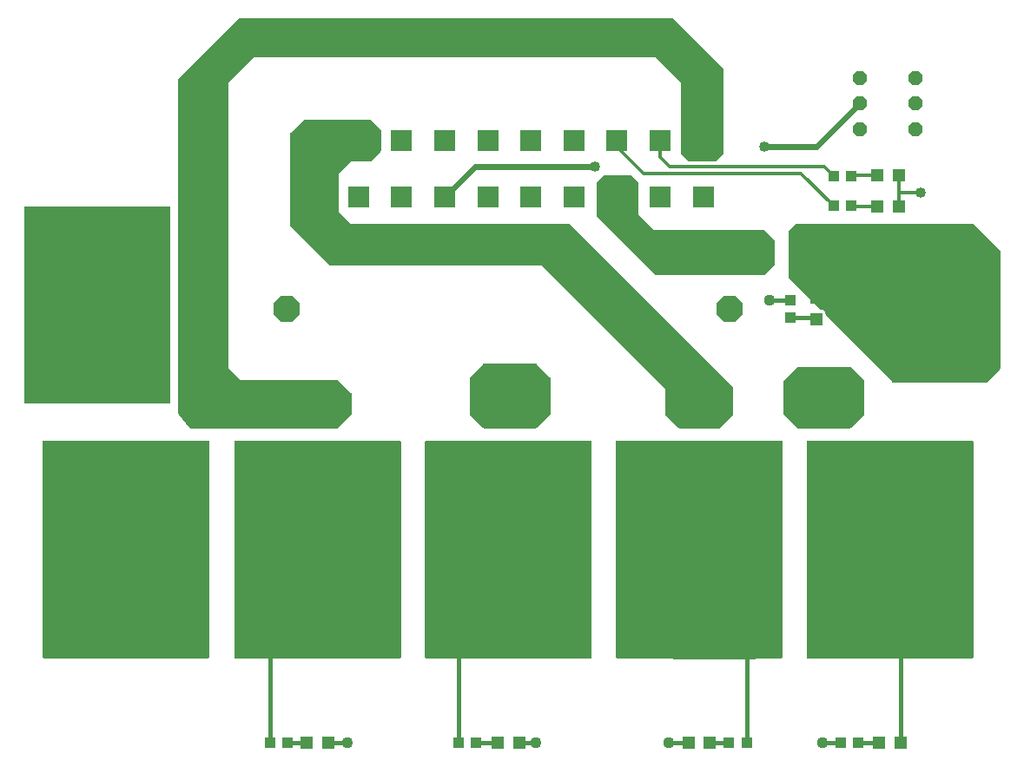
<source format=gbr>
G04 EAGLE Gerber RS-274X export*
G75*
%MOMM*%
%FSLAX34Y34*%
%LPD*%
%INTop Copper*%
%IPPOS*%
%AMOC8*
5,1,8,0,0,1.08239X$1,22.5*%
G01*
%ADD10P,2.749271X8X202.500000*%
%ADD11R,1.200000X1.200000*%
%ADD12R,1.000000X1.100000*%
%ADD13R,1.100000X1.000000*%
%ADD14R,3.150000X1.700000*%
%ADD15R,1.700000X3.150000*%
%ADD16C,8.000000*%
%ADD17R,2.100000X2.100000*%
%ADD18P,1.525737X8X112.500000*%
%ADD19C,0.304800*%
%ADD20C,0.406400*%
%ADD21C,1.108000*%
%ADD22C,1.016000*%
%ADD23C,1.422400*%
%ADD24C,0.609600*%

G36*
X333225Y373041D02*
X333225Y373041D01*
X333352Y373048D01*
X333398Y373061D01*
X333445Y373066D01*
X333565Y373109D01*
X333687Y373144D01*
X333728Y373168D01*
X333773Y373184D01*
X333880Y373253D01*
X333991Y373314D01*
X334036Y373353D01*
X334066Y373372D01*
X334100Y373407D01*
X334177Y373473D01*
X346877Y386173D01*
X346956Y386272D01*
X347040Y386366D01*
X347064Y386408D01*
X347094Y386446D01*
X347148Y386560D01*
X347209Y386671D01*
X347222Y386717D01*
X347243Y386761D01*
X347269Y386884D01*
X347304Y387006D01*
X347309Y387067D01*
X347316Y387102D01*
X347315Y387150D01*
X347323Y387250D01*
X347323Y406300D01*
X347309Y406426D01*
X347302Y406552D01*
X347289Y406598D01*
X347283Y406646D01*
X347241Y406765D01*
X347206Y406887D01*
X347182Y406929D01*
X347166Y406974D01*
X347097Y407081D01*
X347036Y407191D01*
X346996Y407237D01*
X346977Y407267D01*
X346942Y407301D01*
X346877Y407377D01*
X334177Y420077D01*
X334078Y420156D01*
X333984Y420240D01*
X333942Y420264D01*
X333904Y420294D01*
X333790Y420348D01*
X333679Y420409D01*
X333633Y420422D01*
X333589Y420443D01*
X333466Y420469D01*
X333344Y420504D01*
X333283Y420509D01*
X333248Y420516D01*
X333200Y420515D01*
X333100Y420523D01*
X241423Y420523D01*
X238767Y420604D01*
X226823Y432339D01*
X226823Y710469D01*
X251331Y734977D01*
X643769Y734977D01*
X668277Y710469D01*
X668277Y641250D01*
X668291Y641124D01*
X668298Y640998D01*
X668311Y640952D01*
X668317Y640904D01*
X668359Y640785D01*
X668394Y640663D01*
X668418Y640621D01*
X668434Y640576D01*
X668503Y640469D01*
X668564Y640359D01*
X668604Y640313D01*
X668623Y640283D01*
X668658Y640249D01*
X668723Y640173D01*
X675073Y633823D01*
X675172Y633744D01*
X675266Y633660D01*
X675308Y633636D01*
X675346Y633606D01*
X675460Y633552D01*
X675571Y633491D01*
X675617Y633478D01*
X675661Y633457D01*
X675784Y633431D01*
X675906Y633396D01*
X675967Y633392D01*
X676002Y633384D01*
X676050Y633385D01*
X676150Y633377D01*
X701550Y633377D01*
X701676Y633391D01*
X701802Y633398D01*
X701848Y633411D01*
X701896Y633417D01*
X702015Y633459D01*
X702137Y633494D01*
X702179Y633518D01*
X702224Y633534D01*
X702331Y633603D01*
X702441Y633664D01*
X702487Y633704D01*
X702517Y633723D01*
X702551Y633758D01*
X702627Y633823D01*
X708977Y640173D01*
X709056Y640272D01*
X709140Y640366D01*
X709164Y640408D01*
X709194Y640446D01*
X709248Y640560D01*
X709309Y640671D01*
X709322Y640717D01*
X709343Y640761D01*
X709369Y640884D01*
X709404Y641006D01*
X709409Y641067D01*
X709416Y641102D01*
X709415Y641150D01*
X709423Y641250D01*
X709423Y723800D01*
X709409Y723926D01*
X709402Y724052D01*
X709389Y724098D01*
X709383Y724146D01*
X709341Y724265D01*
X709306Y724387D01*
X709282Y724429D01*
X709266Y724474D01*
X709197Y724581D01*
X709136Y724691D01*
X709096Y724737D01*
X709077Y724767D01*
X709042Y724801D01*
X708977Y724877D01*
X660877Y772977D01*
X660778Y773056D01*
X660684Y773140D01*
X660642Y773164D01*
X660604Y773194D01*
X660490Y773248D01*
X660379Y773309D01*
X660333Y773322D01*
X660289Y773343D01*
X660166Y773369D01*
X660044Y773404D01*
X659983Y773409D01*
X659948Y773416D01*
X659900Y773415D01*
X659800Y773423D01*
X238000Y773423D01*
X237874Y773409D01*
X237748Y773402D01*
X237702Y773389D01*
X237654Y773383D01*
X237535Y773341D01*
X237413Y773306D01*
X237371Y773282D01*
X237326Y773266D01*
X237219Y773197D01*
X237109Y773136D01*
X237063Y773096D01*
X237033Y773077D01*
X236999Y773042D01*
X236923Y772977D01*
X178823Y714877D01*
X178744Y714778D01*
X178660Y714684D01*
X178636Y714642D01*
X178606Y714604D01*
X178552Y714490D01*
X178491Y714379D01*
X178478Y714333D01*
X178457Y714289D01*
X178431Y714166D01*
X178396Y714044D01*
X178392Y713983D01*
X178384Y713948D01*
X178385Y713900D01*
X178377Y713800D01*
X178377Y387250D01*
X178384Y387189D01*
X178382Y387128D01*
X178404Y387017D01*
X178417Y386904D01*
X178437Y386846D01*
X178449Y386786D01*
X178496Y386683D01*
X178534Y386576D01*
X178567Y386524D01*
X178592Y386469D01*
X178708Y386307D01*
X178723Y386283D01*
X178728Y386278D01*
X178734Y386269D01*
X189334Y373669D01*
X189347Y373658D01*
X189356Y373644D01*
X189473Y373538D01*
X189588Y373430D01*
X189602Y373422D01*
X189615Y373410D01*
X189752Y373334D01*
X189889Y373255D01*
X189905Y373250D01*
X189920Y373242D01*
X190071Y373199D01*
X190222Y373152D01*
X190239Y373151D01*
X190255Y373147D01*
X190499Y373127D01*
X333099Y373027D01*
X333225Y373041D01*
G37*
G36*
X716200Y148032D02*
X716200Y148032D01*
X716218Y148031D01*
X766018Y148731D01*
X766127Y148746D01*
X766237Y148753D01*
X766284Y148768D01*
X766333Y148775D01*
X766435Y148817D01*
X766539Y148851D01*
X766581Y148877D01*
X766627Y148896D01*
X766715Y148962D01*
X766808Y149021D01*
X766842Y149057D01*
X766882Y149087D01*
X766951Y149173D01*
X767026Y149253D01*
X767050Y149296D01*
X767081Y149335D01*
X767126Y149435D01*
X767180Y149531D01*
X767192Y149579D01*
X767212Y149624D01*
X767231Y149733D01*
X767259Y149839D01*
X767264Y149916D01*
X767268Y149937D01*
X767266Y149955D01*
X767269Y150000D01*
X767269Y360000D01*
X767254Y360118D01*
X767247Y360237D01*
X767234Y360275D01*
X767229Y360316D01*
X767186Y360426D01*
X767149Y360539D01*
X767127Y360574D01*
X767112Y360611D01*
X767043Y360707D01*
X766979Y360808D01*
X766949Y360836D01*
X766926Y360869D01*
X766834Y360945D01*
X766747Y361026D01*
X766712Y361046D01*
X766681Y361071D01*
X766573Y361122D01*
X766469Y361180D01*
X766429Y361190D01*
X766393Y361207D01*
X766276Y361229D01*
X766161Y361259D01*
X766101Y361263D01*
X766081Y361267D01*
X766060Y361265D01*
X766000Y361269D01*
X606000Y361269D01*
X605882Y361254D01*
X605763Y361247D01*
X605725Y361234D01*
X605684Y361229D01*
X605574Y361186D01*
X605461Y361149D01*
X605426Y361127D01*
X605389Y361112D01*
X605293Y361043D01*
X605192Y360979D01*
X605164Y360949D01*
X605131Y360926D01*
X605056Y360834D01*
X604974Y360747D01*
X604954Y360712D01*
X604929Y360681D01*
X604878Y360573D01*
X604820Y360469D01*
X604810Y360429D01*
X604793Y360393D01*
X604771Y360276D01*
X604741Y360161D01*
X604737Y360101D01*
X604733Y360081D01*
X604734Y360077D01*
X604733Y360076D01*
X604734Y360058D01*
X604731Y360000D01*
X604731Y150000D01*
X604745Y149886D01*
X604752Y149771D01*
X604765Y149729D01*
X604771Y149684D01*
X604813Y149578D01*
X604848Y149468D01*
X604871Y149430D01*
X604888Y149389D01*
X604955Y149296D01*
X605016Y149198D01*
X605048Y149168D01*
X605074Y149131D01*
X605163Y149058D01*
X605246Y148979D01*
X605285Y148957D01*
X605319Y148929D01*
X605424Y148880D01*
X605524Y148823D01*
X605567Y148812D01*
X605607Y148793D01*
X605720Y148772D01*
X605831Y148742D01*
X605899Y148737D01*
X605920Y148733D01*
X605939Y148735D01*
X605992Y148731D01*
X716192Y148031D01*
X716200Y148032D01*
G37*
G36*
X207318Y148746D02*
X207318Y148746D01*
X207437Y148753D01*
X207475Y148766D01*
X207516Y148771D01*
X207626Y148814D01*
X207739Y148851D01*
X207774Y148873D01*
X207811Y148888D01*
X207907Y148958D01*
X208008Y149021D01*
X208036Y149051D01*
X208069Y149074D01*
X208145Y149166D01*
X208226Y149253D01*
X208246Y149288D01*
X208271Y149319D01*
X208322Y149427D01*
X208380Y149531D01*
X208390Y149571D01*
X208407Y149607D01*
X208429Y149724D01*
X208459Y149839D01*
X208463Y149900D01*
X208467Y149920D01*
X208465Y149940D01*
X208469Y150000D01*
X208469Y360000D01*
X208454Y360118D01*
X208447Y360237D01*
X208434Y360275D01*
X208429Y360316D01*
X208386Y360426D01*
X208349Y360539D01*
X208327Y360574D01*
X208312Y360611D01*
X208243Y360707D01*
X208179Y360808D01*
X208149Y360836D01*
X208126Y360869D01*
X208034Y360945D01*
X207947Y361026D01*
X207912Y361046D01*
X207881Y361071D01*
X207773Y361122D01*
X207669Y361180D01*
X207629Y361190D01*
X207593Y361207D01*
X207476Y361229D01*
X207361Y361259D01*
X207301Y361263D01*
X207281Y361267D01*
X207260Y361265D01*
X207200Y361269D01*
X47200Y361269D01*
X47082Y361254D01*
X46963Y361247D01*
X46925Y361234D01*
X46884Y361229D01*
X46774Y361186D01*
X46661Y361149D01*
X46626Y361127D01*
X46589Y361112D01*
X46493Y361043D01*
X46392Y360979D01*
X46364Y360949D01*
X46331Y360926D01*
X46256Y360834D01*
X46174Y360747D01*
X46154Y360712D01*
X46129Y360681D01*
X46078Y360573D01*
X46020Y360469D01*
X46010Y360429D01*
X45993Y360393D01*
X45971Y360276D01*
X45941Y360161D01*
X45937Y360101D01*
X45933Y360081D01*
X45935Y360060D01*
X45931Y360000D01*
X45931Y150000D01*
X45946Y149882D01*
X45953Y149763D01*
X45966Y149725D01*
X45971Y149684D01*
X46014Y149574D01*
X46051Y149461D01*
X46073Y149426D01*
X46088Y149389D01*
X46158Y149293D01*
X46221Y149192D01*
X46251Y149164D01*
X46274Y149131D01*
X46366Y149056D01*
X46453Y148974D01*
X46488Y148954D01*
X46519Y148929D01*
X46627Y148878D01*
X46731Y148820D01*
X46771Y148810D01*
X46807Y148793D01*
X46924Y148771D01*
X47039Y148741D01*
X47100Y148737D01*
X47120Y148733D01*
X47140Y148735D01*
X47200Y148731D01*
X207200Y148731D01*
X207318Y148746D01*
G37*
G36*
X952118Y148746D02*
X952118Y148746D01*
X952237Y148753D01*
X952275Y148766D01*
X952316Y148771D01*
X952426Y148814D01*
X952539Y148851D01*
X952574Y148873D01*
X952611Y148888D01*
X952707Y148958D01*
X952808Y149021D01*
X952836Y149051D01*
X952869Y149074D01*
X952945Y149166D01*
X953026Y149253D01*
X953046Y149288D01*
X953071Y149319D01*
X953122Y149427D01*
X953180Y149531D01*
X953190Y149571D01*
X953207Y149607D01*
X953229Y149724D01*
X953259Y149839D01*
X953263Y149900D01*
X953267Y149920D01*
X953265Y149940D01*
X953269Y150000D01*
X953269Y360000D01*
X953254Y360118D01*
X953247Y360237D01*
X953234Y360275D01*
X953229Y360316D01*
X953186Y360426D01*
X953149Y360539D01*
X953127Y360574D01*
X953112Y360611D01*
X953043Y360707D01*
X952979Y360808D01*
X952949Y360836D01*
X952926Y360869D01*
X952834Y360945D01*
X952747Y361026D01*
X952712Y361046D01*
X952681Y361071D01*
X952573Y361122D01*
X952469Y361180D01*
X952429Y361190D01*
X952393Y361207D01*
X952276Y361229D01*
X952161Y361259D01*
X952101Y361263D01*
X952081Y361267D01*
X952060Y361265D01*
X952000Y361269D01*
X792000Y361269D01*
X791882Y361254D01*
X791763Y361247D01*
X791725Y361234D01*
X791684Y361229D01*
X791574Y361186D01*
X791461Y361149D01*
X791426Y361127D01*
X791389Y361112D01*
X791293Y361043D01*
X791192Y360979D01*
X791164Y360949D01*
X791131Y360926D01*
X791056Y360834D01*
X790974Y360747D01*
X790954Y360712D01*
X790929Y360681D01*
X790878Y360573D01*
X790820Y360469D01*
X790810Y360429D01*
X790793Y360393D01*
X790771Y360276D01*
X790741Y360161D01*
X790737Y360101D01*
X790733Y360081D01*
X790735Y360060D01*
X790731Y360000D01*
X790731Y150000D01*
X790746Y149882D01*
X790753Y149763D01*
X790766Y149725D01*
X790771Y149684D01*
X790814Y149574D01*
X790851Y149461D01*
X790873Y149426D01*
X790888Y149389D01*
X790958Y149293D01*
X791021Y149192D01*
X791051Y149164D01*
X791074Y149131D01*
X791166Y149056D01*
X791253Y148974D01*
X791288Y148954D01*
X791319Y148929D01*
X791427Y148878D01*
X791531Y148820D01*
X791571Y148810D01*
X791607Y148793D01*
X791724Y148771D01*
X791839Y148741D01*
X791900Y148737D01*
X791920Y148733D01*
X791940Y148735D01*
X792000Y148731D01*
X952000Y148731D01*
X952118Y148746D01*
G37*
G36*
X580118Y148746D02*
X580118Y148746D01*
X580237Y148753D01*
X580275Y148766D01*
X580316Y148771D01*
X580426Y148814D01*
X580539Y148851D01*
X580574Y148873D01*
X580611Y148888D01*
X580707Y148958D01*
X580808Y149021D01*
X580836Y149051D01*
X580869Y149074D01*
X580945Y149166D01*
X581026Y149253D01*
X581046Y149288D01*
X581071Y149319D01*
X581122Y149427D01*
X581180Y149531D01*
X581190Y149571D01*
X581207Y149607D01*
X581229Y149724D01*
X581259Y149839D01*
X581263Y149900D01*
X581267Y149920D01*
X581265Y149940D01*
X581269Y150000D01*
X581269Y360000D01*
X581254Y360118D01*
X581247Y360237D01*
X581234Y360275D01*
X581229Y360316D01*
X581186Y360426D01*
X581149Y360539D01*
X581127Y360574D01*
X581112Y360611D01*
X581043Y360707D01*
X580979Y360808D01*
X580949Y360836D01*
X580926Y360869D01*
X580834Y360945D01*
X580747Y361026D01*
X580712Y361046D01*
X580681Y361071D01*
X580573Y361122D01*
X580469Y361180D01*
X580429Y361190D01*
X580393Y361207D01*
X580276Y361229D01*
X580161Y361259D01*
X580101Y361263D01*
X580081Y361267D01*
X580060Y361265D01*
X580000Y361269D01*
X420000Y361269D01*
X419882Y361254D01*
X419763Y361247D01*
X419725Y361234D01*
X419684Y361229D01*
X419574Y361186D01*
X419461Y361149D01*
X419426Y361127D01*
X419389Y361112D01*
X419293Y361043D01*
X419192Y360979D01*
X419164Y360949D01*
X419131Y360926D01*
X419056Y360834D01*
X418974Y360747D01*
X418954Y360712D01*
X418929Y360681D01*
X418878Y360573D01*
X418820Y360469D01*
X418810Y360429D01*
X418793Y360393D01*
X418771Y360276D01*
X418741Y360161D01*
X418737Y360101D01*
X418733Y360081D01*
X418735Y360060D01*
X418731Y360000D01*
X418731Y150000D01*
X418746Y149882D01*
X418753Y149763D01*
X418766Y149725D01*
X418771Y149684D01*
X418814Y149574D01*
X418851Y149461D01*
X418873Y149426D01*
X418888Y149389D01*
X418958Y149293D01*
X419021Y149192D01*
X419051Y149164D01*
X419074Y149131D01*
X419166Y149056D01*
X419253Y148974D01*
X419288Y148954D01*
X419319Y148929D01*
X419427Y148878D01*
X419531Y148820D01*
X419571Y148810D01*
X419607Y148793D01*
X419724Y148771D01*
X419839Y148741D01*
X419900Y148737D01*
X419920Y148733D01*
X419940Y148735D01*
X420000Y148731D01*
X580000Y148731D01*
X580118Y148746D01*
G37*
G36*
X394118Y148746D02*
X394118Y148746D01*
X394237Y148753D01*
X394275Y148766D01*
X394316Y148771D01*
X394426Y148814D01*
X394539Y148851D01*
X394574Y148873D01*
X394611Y148888D01*
X394707Y148958D01*
X394808Y149021D01*
X394836Y149051D01*
X394869Y149074D01*
X394945Y149166D01*
X395026Y149253D01*
X395046Y149288D01*
X395071Y149319D01*
X395122Y149427D01*
X395180Y149531D01*
X395190Y149571D01*
X395207Y149607D01*
X395229Y149724D01*
X395259Y149839D01*
X395263Y149900D01*
X395267Y149920D01*
X395265Y149940D01*
X395269Y150000D01*
X395269Y360000D01*
X395254Y360118D01*
X395247Y360237D01*
X395234Y360275D01*
X395229Y360316D01*
X395186Y360426D01*
X395149Y360539D01*
X395127Y360574D01*
X395112Y360611D01*
X395043Y360707D01*
X394979Y360808D01*
X394949Y360836D01*
X394926Y360869D01*
X394834Y360945D01*
X394747Y361026D01*
X394712Y361046D01*
X394681Y361071D01*
X394573Y361122D01*
X394469Y361180D01*
X394429Y361190D01*
X394393Y361207D01*
X394276Y361229D01*
X394161Y361259D01*
X394101Y361263D01*
X394081Y361267D01*
X394060Y361265D01*
X394000Y361269D01*
X234000Y361269D01*
X233882Y361254D01*
X233763Y361247D01*
X233725Y361234D01*
X233684Y361229D01*
X233574Y361186D01*
X233461Y361149D01*
X233426Y361127D01*
X233389Y361112D01*
X233293Y361043D01*
X233192Y360979D01*
X233164Y360949D01*
X233131Y360926D01*
X233056Y360834D01*
X232974Y360747D01*
X232954Y360712D01*
X232929Y360681D01*
X232878Y360573D01*
X232820Y360469D01*
X232810Y360429D01*
X232793Y360393D01*
X232771Y360276D01*
X232741Y360161D01*
X232737Y360101D01*
X232733Y360081D01*
X232735Y360060D01*
X232731Y360000D01*
X232731Y150000D01*
X232746Y149882D01*
X232753Y149763D01*
X232766Y149725D01*
X232771Y149684D01*
X232814Y149574D01*
X232851Y149461D01*
X232873Y149426D01*
X232888Y149389D01*
X232958Y149293D01*
X233021Y149192D01*
X233051Y149164D01*
X233074Y149131D01*
X233166Y149056D01*
X233253Y148974D01*
X233288Y148954D01*
X233319Y148929D01*
X233427Y148878D01*
X233531Y148820D01*
X233571Y148810D01*
X233607Y148793D01*
X233724Y148771D01*
X233839Y148741D01*
X233900Y148737D01*
X233920Y148733D01*
X233940Y148735D01*
X234000Y148731D01*
X394000Y148731D01*
X394118Y148746D01*
G37*
G36*
X705326Y373141D02*
X705326Y373141D01*
X705452Y373148D01*
X705498Y373161D01*
X705546Y373167D01*
X705665Y373209D01*
X705787Y373244D01*
X705829Y373268D01*
X705874Y373284D01*
X705981Y373353D01*
X706091Y373414D01*
X706137Y373454D01*
X706167Y373473D01*
X706201Y373508D01*
X706277Y373573D01*
X718977Y386273D01*
X719056Y386372D01*
X719140Y386466D01*
X719164Y386508D01*
X719194Y386546D01*
X719248Y386660D01*
X719309Y386771D01*
X719322Y386817D01*
X719343Y386861D01*
X719369Y386984D01*
X719404Y387106D01*
X719409Y387167D01*
X719416Y387202D01*
X719415Y387250D01*
X719423Y387350D01*
X719423Y412400D01*
X719409Y412526D01*
X719402Y412652D01*
X719389Y412698D01*
X719383Y412746D01*
X719341Y412865D01*
X719306Y412987D01*
X719282Y413029D01*
X719266Y413074D01*
X719197Y413181D01*
X719136Y413291D01*
X719096Y413337D01*
X719077Y413367D01*
X719042Y413401D01*
X718977Y413477D01*
X559877Y572577D01*
X559778Y572656D01*
X559684Y572740D01*
X559642Y572764D01*
X559604Y572794D01*
X559490Y572848D01*
X559379Y572909D01*
X559333Y572922D01*
X559289Y572943D01*
X559166Y572969D01*
X559044Y573004D01*
X558983Y573009D01*
X558948Y573016D01*
X558900Y573015D01*
X558800Y573023D01*
X546100Y573023D01*
X546099Y573023D01*
X346581Y572924D01*
X334773Y584731D01*
X334773Y621569D01*
X346581Y633377D01*
X365000Y633377D01*
X365126Y633391D01*
X365252Y633398D01*
X365298Y633411D01*
X365346Y633417D01*
X365465Y633459D01*
X365587Y633494D01*
X365629Y633518D01*
X365674Y633534D01*
X365781Y633603D01*
X365891Y633664D01*
X365937Y633704D01*
X365967Y633723D01*
X366001Y633758D01*
X366077Y633823D01*
X375602Y643348D01*
X375681Y643447D01*
X375765Y643541D01*
X375789Y643583D01*
X375819Y643621D01*
X375873Y643735D01*
X375934Y643846D01*
X375947Y643892D01*
X375968Y643936D01*
X375994Y644059D01*
X376029Y644181D01*
X376034Y644242D01*
X376041Y644277D01*
X376040Y644325D01*
X376048Y644425D01*
X376048Y663475D01*
X376034Y663601D01*
X376027Y663727D01*
X376014Y663773D01*
X376008Y663821D01*
X375966Y663940D01*
X375931Y664062D01*
X375907Y664104D01*
X375891Y664149D01*
X375822Y664256D01*
X375761Y664366D01*
X375721Y664412D01*
X375702Y664442D01*
X375667Y664476D01*
X375602Y664552D01*
X366077Y674077D01*
X365978Y674156D01*
X365884Y674240D01*
X365842Y674264D01*
X365804Y674294D01*
X365690Y674348D01*
X365579Y674409D01*
X365533Y674422D01*
X365489Y674443D01*
X365366Y674469D01*
X365244Y674504D01*
X365183Y674509D01*
X365148Y674516D01*
X365100Y674515D01*
X365000Y674523D01*
X301500Y674523D01*
X301374Y674509D01*
X301248Y674502D01*
X301202Y674489D01*
X301154Y674483D01*
X301035Y674441D01*
X300913Y674406D01*
X300871Y674382D01*
X300826Y674366D01*
X300719Y674297D01*
X300609Y674236D01*
X300563Y674196D01*
X300533Y674177D01*
X300499Y674142D01*
X300423Y674077D01*
X287723Y661377D01*
X287644Y661278D01*
X287560Y661184D01*
X287536Y661142D01*
X287506Y661104D01*
X287452Y660990D01*
X287391Y660879D01*
X287378Y660833D01*
X287357Y660789D01*
X287331Y660666D01*
X287296Y660544D01*
X287292Y660483D01*
X287284Y660448D01*
X287285Y660400D01*
X287277Y660300D01*
X287277Y571400D01*
X287291Y571274D01*
X287298Y571148D01*
X287311Y571102D01*
X287317Y571054D01*
X287359Y570935D01*
X287394Y570813D01*
X287418Y570771D01*
X287434Y570726D01*
X287503Y570619D01*
X287564Y570509D01*
X287604Y570463D01*
X287623Y570433D01*
X287658Y570399D01*
X287723Y570323D01*
X325823Y532223D01*
X325922Y532144D01*
X326016Y532059D01*
X326058Y532036D01*
X326096Y532006D01*
X326210Y531952D01*
X326322Y531891D01*
X326368Y531878D01*
X326411Y531857D01*
X326535Y531831D01*
X326657Y531796D01*
X326717Y531791D01*
X326752Y531784D01*
X326800Y531785D01*
X326901Y531777D01*
X520701Y531877D01*
X532769Y531877D01*
X652877Y411769D01*
X652877Y387350D01*
X652891Y387224D01*
X652898Y387098D01*
X652911Y387052D01*
X652917Y387004D01*
X652959Y386885D01*
X652994Y386763D01*
X653018Y386721D01*
X653034Y386676D01*
X653103Y386569D01*
X653164Y386459D01*
X653204Y386413D01*
X653223Y386383D01*
X653258Y386349D01*
X653323Y386273D01*
X666023Y373573D01*
X666122Y373494D01*
X666216Y373410D01*
X666258Y373386D01*
X666296Y373356D01*
X666410Y373302D01*
X666521Y373241D01*
X666567Y373228D01*
X666611Y373207D01*
X666734Y373181D01*
X666856Y373146D01*
X666917Y373142D01*
X666952Y373134D01*
X667000Y373135D01*
X667100Y373127D01*
X705200Y373127D01*
X705326Y373141D01*
G37*
G36*
X169618Y397346D02*
X169618Y397346D01*
X169737Y397353D01*
X169775Y397366D01*
X169816Y397371D01*
X169926Y397414D01*
X170039Y397451D01*
X170074Y397473D01*
X170111Y397488D01*
X170207Y397558D01*
X170308Y397621D01*
X170336Y397651D01*
X170369Y397674D01*
X170445Y397766D01*
X170526Y397853D01*
X170546Y397888D01*
X170571Y397919D01*
X170622Y398027D01*
X170680Y398131D01*
X170690Y398171D01*
X170707Y398207D01*
X170729Y398324D01*
X170759Y398439D01*
X170763Y398500D01*
X170767Y398520D01*
X170765Y398540D01*
X170769Y398600D01*
X170769Y588600D01*
X170754Y588718D01*
X170747Y588837D01*
X170734Y588875D01*
X170729Y588916D01*
X170686Y589026D01*
X170649Y589139D01*
X170627Y589174D01*
X170612Y589211D01*
X170543Y589307D01*
X170479Y589408D01*
X170449Y589436D01*
X170426Y589469D01*
X170334Y589545D01*
X170247Y589626D01*
X170212Y589646D01*
X170181Y589671D01*
X170073Y589722D01*
X169969Y589780D01*
X169929Y589790D01*
X169893Y589807D01*
X169776Y589829D01*
X169661Y589859D01*
X169601Y589863D01*
X169581Y589867D01*
X169560Y589865D01*
X169500Y589869D01*
X29500Y589869D01*
X29382Y589854D01*
X29263Y589847D01*
X29225Y589834D01*
X29184Y589829D01*
X29074Y589786D01*
X28961Y589749D01*
X28926Y589727D01*
X28889Y589712D01*
X28793Y589643D01*
X28692Y589579D01*
X28664Y589549D01*
X28631Y589526D01*
X28556Y589434D01*
X28474Y589347D01*
X28454Y589312D01*
X28429Y589281D01*
X28378Y589173D01*
X28320Y589069D01*
X28310Y589029D01*
X28293Y588993D01*
X28271Y588876D01*
X28241Y588761D01*
X28237Y588701D01*
X28233Y588681D01*
X28235Y588660D01*
X28231Y588600D01*
X28231Y398600D01*
X28246Y398482D01*
X28253Y398363D01*
X28266Y398325D01*
X28271Y398284D01*
X28314Y398174D01*
X28351Y398061D01*
X28373Y398026D01*
X28388Y397989D01*
X28458Y397893D01*
X28521Y397792D01*
X28551Y397764D01*
X28574Y397731D01*
X28666Y397656D01*
X28753Y397574D01*
X28788Y397554D01*
X28819Y397529D01*
X28927Y397478D01*
X29031Y397420D01*
X29071Y397410D01*
X29107Y397393D01*
X29224Y397371D01*
X29339Y397341D01*
X29400Y397337D01*
X29420Y397333D01*
X29440Y397335D01*
X29500Y397331D01*
X169500Y397331D01*
X169618Y397346D01*
G37*
G36*
X965326Y417591D02*
X965326Y417591D01*
X965452Y417598D01*
X965498Y417611D01*
X965546Y417617D01*
X965665Y417659D01*
X965787Y417694D01*
X965829Y417718D01*
X965874Y417734D01*
X965981Y417803D01*
X966091Y417864D01*
X966137Y417904D01*
X966167Y417923D01*
X966201Y417958D01*
X966277Y418023D01*
X978977Y430723D01*
X979056Y430822D01*
X979140Y430916D01*
X979164Y430958D01*
X979194Y430996D01*
X979248Y431110D01*
X979309Y431221D01*
X979322Y431267D01*
X979343Y431311D01*
X979369Y431434D01*
X979404Y431556D01*
X979409Y431617D01*
X979416Y431652D01*
X979415Y431700D01*
X979423Y431800D01*
X979423Y546100D01*
X979409Y546226D01*
X979402Y546352D01*
X979389Y546398D01*
X979383Y546446D01*
X979341Y546565D01*
X979306Y546687D01*
X979282Y546729D01*
X979266Y546774D01*
X979197Y546881D01*
X979136Y546991D01*
X979096Y547037D01*
X979077Y547067D01*
X979042Y547101D01*
X978977Y547177D01*
X953577Y572577D01*
X953478Y572656D01*
X953384Y572740D01*
X953342Y572764D01*
X953304Y572794D01*
X953190Y572848D01*
X953079Y572909D01*
X953033Y572922D01*
X952989Y572943D01*
X952866Y572969D01*
X952744Y573004D01*
X952683Y573009D01*
X952648Y573016D01*
X952600Y573015D01*
X952500Y573023D01*
X781050Y573023D01*
X780924Y573009D01*
X780798Y573002D01*
X780752Y572989D01*
X780704Y572983D01*
X780585Y572941D01*
X780463Y572906D01*
X780421Y572882D01*
X780376Y572866D01*
X780269Y572797D01*
X780159Y572736D01*
X780113Y572696D01*
X780083Y572677D01*
X780049Y572642D01*
X779973Y572577D01*
X773623Y566227D01*
X773544Y566128D01*
X773460Y566034D01*
X773436Y565992D01*
X773406Y565954D01*
X773352Y565840D01*
X773291Y565729D01*
X773278Y565683D01*
X773257Y565639D01*
X773231Y565516D01*
X773196Y565394D01*
X773192Y565333D01*
X773184Y565298D01*
X773185Y565250D01*
X773177Y565150D01*
X773177Y520700D01*
X773191Y520574D01*
X773198Y520448D01*
X773211Y520402D01*
X773217Y520354D01*
X773259Y520235D01*
X773294Y520113D01*
X773318Y520071D01*
X773334Y520026D01*
X773403Y519919D01*
X773464Y519809D01*
X773504Y519763D01*
X773523Y519733D01*
X773558Y519699D01*
X773623Y519623D01*
X804251Y488995D01*
X804350Y488916D01*
X804444Y488832D01*
X804486Y488808D01*
X804524Y488778D01*
X804638Y488724D01*
X804749Y488663D01*
X804795Y488650D01*
X804839Y488629D01*
X804962Y488603D01*
X805084Y488568D01*
X805145Y488563D01*
X805180Y488556D01*
X805228Y488557D01*
X805328Y488549D01*
X807363Y488549D01*
X809149Y486763D01*
X809149Y484728D01*
X809163Y484602D01*
X809170Y484476D01*
X809183Y484430D01*
X809189Y484382D01*
X809231Y484263D01*
X809266Y484141D01*
X809290Y484099D01*
X809306Y484054D01*
X809375Y483947D01*
X809436Y483837D01*
X809476Y483791D01*
X809495Y483761D01*
X809530Y483727D01*
X809595Y483651D01*
X875223Y418023D01*
X875322Y417944D01*
X875416Y417860D01*
X875458Y417836D01*
X875496Y417806D01*
X875610Y417752D01*
X875721Y417691D01*
X875767Y417678D01*
X875811Y417657D01*
X875934Y417631D01*
X876056Y417596D01*
X876117Y417592D01*
X876152Y417584D01*
X876200Y417585D01*
X876300Y417577D01*
X965200Y417577D01*
X965326Y417591D01*
G37*
G36*
X749398Y522618D02*
X749398Y522618D01*
X749497Y522621D01*
X749555Y522638D01*
X749616Y522646D01*
X749708Y522682D01*
X749803Y522710D01*
X749855Y522740D01*
X749911Y522763D01*
X749991Y522821D01*
X750077Y522871D01*
X750152Y522937D01*
X750169Y522949D01*
X750176Y522959D01*
X750198Y522978D01*
X759723Y532503D01*
X759783Y532581D01*
X759851Y532653D01*
X759880Y532706D01*
X759917Y532754D01*
X759957Y532845D01*
X760005Y532931D01*
X760020Y532990D01*
X760044Y533046D01*
X760059Y533144D01*
X760084Y533239D01*
X760090Y533339D01*
X760094Y533360D01*
X760092Y533372D01*
X760094Y533400D01*
X760094Y555625D01*
X760082Y555723D01*
X760079Y555822D01*
X760062Y555880D01*
X760054Y555941D01*
X760018Y556033D01*
X759990Y556128D01*
X759960Y556180D01*
X759937Y556236D01*
X759879Y556316D01*
X759829Y556402D01*
X759763Y556477D01*
X759751Y556494D01*
X759741Y556501D01*
X759723Y556523D01*
X750198Y566048D01*
X750119Y566108D01*
X750047Y566176D01*
X749994Y566205D01*
X749946Y566242D01*
X749855Y566282D01*
X749769Y566330D01*
X749710Y566345D01*
X749654Y566369D01*
X749556Y566384D01*
X749461Y566409D01*
X749361Y566415D01*
X749340Y566419D01*
X749328Y566417D01*
X749300Y566419D01*
X641876Y566419D01*
X626619Y581676D01*
X626619Y612675D01*
X626607Y612773D01*
X626604Y612872D01*
X626587Y612930D01*
X626579Y612991D01*
X626543Y613083D01*
X626515Y613178D01*
X626485Y613230D01*
X626462Y613286D01*
X626404Y613366D01*
X626354Y613452D01*
X626288Y613527D01*
X626276Y613544D01*
X626266Y613551D01*
X626248Y613573D01*
X619898Y619923D01*
X619819Y619983D01*
X619747Y620051D01*
X619694Y620080D01*
X619646Y620117D01*
X619555Y620157D01*
X619469Y620205D01*
X619410Y620220D01*
X619354Y620244D01*
X619256Y620259D01*
X619161Y620284D01*
X619061Y620290D01*
X619040Y620294D01*
X619028Y620292D01*
X619000Y620294D01*
X593600Y620294D01*
X593502Y620282D01*
X593403Y620279D01*
X593345Y620262D01*
X593284Y620254D01*
X593192Y620218D01*
X593097Y620190D01*
X593045Y620160D01*
X592989Y620137D01*
X592909Y620079D01*
X592823Y620029D01*
X592748Y619963D01*
X592731Y619951D01*
X592724Y619941D01*
X592703Y619923D01*
X586353Y613573D01*
X586292Y613494D01*
X586224Y613422D01*
X586195Y613369D01*
X586158Y613321D01*
X586118Y613230D01*
X586070Y613144D01*
X586055Y613085D01*
X586031Y613029D01*
X586016Y612931D01*
X585991Y612836D01*
X585985Y612736D01*
X585981Y612715D01*
X585983Y612703D01*
X585981Y612675D01*
X585981Y581150D01*
X585993Y581052D01*
X585996Y580953D01*
X586013Y580895D01*
X586021Y580834D01*
X586057Y580742D01*
X586085Y580647D01*
X586115Y580595D01*
X586138Y580539D01*
X586196Y580459D01*
X586246Y580373D01*
X586312Y580298D01*
X586324Y580281D01*
X586334Y580274D01*
X586353Y580253D01*
X643628Y522978D01*
X643706Y522917D01*
X643778Y522849D01*
X643831Y522820D01*
X643879Y522783D01*
X643970Y522743D01*
X644056Y522695D01*
X644115Y522680D01*
X644171Y522656D01*
X644269Y522641D01*
X644364Y522616D01*
X644464Y522610D01*
X644485Y522606D01*
X644497Y522608D01*
X644525Y522606D01*
X749300Y522606D01*
X749398Y522618D01*
G37*
G36*
X527123Y373293D02*
X527123Y373293D01*
X527222Y373296D01*
X527280Y373313D01*
X527341Y373321D01*
X527433Y373357D01*
X527528Y373385D01*
X527580Y373415D01*
X527636Y373438D01*
X527716Y373496D01*
X527802Y373546D01*
X527877Y373612D01*
X527894Y373624D01*
X527901Y373634D01*
X527923Y373653D01*
X540623Y386353D01*
X540683Y386431D01*
X540751Y386503D01*
X540773Y386543D01*
X540789Y386562D01*
X540795Y386575D01*
X540817Y386604D01*
X540857Y386695D01*
X540905Y386781D01*
X540920Y386839D01*
X540924Y386850D01*
X540925Y386852D01*
X540944Y386896D01*
X540959Y386994D01*
X540984Y387089D01*
X540990Y387189D01*
X540994Y387210D01*
X540992Y387222D01*
X540994Y387250D01*
X540994Y422175D01*
X540982Y422273D01*
X540979Y422372D01*
X540962Y422430D01*
X540954Y422491D01*
X540918Y422583D01*
X540890Y422678D01*
X540860Y422730D01*
X540837Y422786D01*
X540779Y422866D01*
X540729Y422952D01*
X540663Y423027D01*
X540651Y423044D01*
X540641Y423051D01*
X540623Y423073D01*
X527923Y435773D01*
X527844Y435833D01*
X527772Y435901D01*
X527719Y435930D01*
X527671Y435967D01*
X527580Y436007D01*
X527494Y436055D01*
X527435Y436070D01*
X527379Y436094D01*
X527281Y436109D01*
X527186Y436134D01*
X527086Y436140D01*
X527065Y436144D01*
X527053Y436142D01*
X527025Y436144D01*
X476225Y436144D01*
X476127Y436132D01*
X476028Y436129D01*
X475970Y436112D01*
X475909Y436104D01*
X475817Y436068D01*
X475722Y436040D01*
X475670Y436010D01*
X475614Y435987D01*
X475534Y435929D01*
X475448Y435879D01*
X475373Y435813D01*
X475356Y435801D01*
X475349Y435791D01*
X475328Y435773D01*
X462628Y423073D01*
X462567Y422994D01*
X462499Y422922D01*
X462470Y422869D01*
X462433Y422821D01*
X462393Y422730D01*
X462345Y422644D01*
X462330Y422585D01*
X462306Y422529D01*
X462291Y422431D01*
X462266Y422336D01*
X462260Y422236D01*
X462256Y422215D01*
X462258Y422203D01*
X462256Y422175D01*
X462256Y387250D01*
X462268Y387152D01*
X462271Y387053D01*
X462288Y386995D01*
X462296Y386934D01*
X462332Y386842D01*
X462360Y386747D01*
X462381Y386711D01*
X462384Y386703D01*
X462393Y386688D01*
X462413Y386639D01*
X462471Y386559D01*
X462521Y386473D01*
X462550Y386441D01*
X462554Y386434D01*
X462563Y386425D01*
X462587Y386398D01*
X462599Y386381D01*
X462609Y386374D01*
X462628Y386353D01*
X475328Y373653D01*
X475406Y373592D01*
X475478Y373524D01*
X475531Y373495D01*
X475579Y373458D01*
X475670Y373418D01*
X475756Y373370D01*
X475815Y373355D01*
X475871Y373331D01*
X475969Y373316D01*
X476064Y373291D01*
X476164Y373285D01*
X476185Y373281D01*
X476197Y373283D01*
X476225Y373281D01*
X527025Y373281D01*
X527123Y373293D01*
G37*
G36*
X833223Y373293D02*
X833223Y373293D01*
X833322Y373296D01*
X833380Y373313D01*
X833441Y373321D01*
X833533Y373357D01*
X833628Y373385D01*
X833680Y373415D01*
X833736Y373438D01*
X833816Y373496D01*
X833902Y373546D01*
X833977Y373612D01*
X833994Y373624D01*
X834001Y373634D01*
X834023Y373653D01*
X846723Y386353D01*
X846783Y386431D01*
X846851Y386503D01*
X846873Y386543D01*
X846889Y386562D01*
X846895Y386575D01*
X846917Y386604D01*
X846957Y386695D01*
X847005Y386781D01*
X847020Y386839D01*
X847024Y386850D01*
X847025Y386852D01*
X847044Y386896D01*
X847059Y386994D01*
X847084Y387089D01*
X847090Y387189D01*
X847094Y387210D01*
X847092Y387222D01*
X847094Y387250D01*
X847094Y419000D01*
X847082Y419098D01*
X847079Y419197D01*
X847062Y419255D01*
X847054Y419316D01*
X847018Y419408D01*
X846990Y419503D01*
X846960Y419555D01*
X846937Y419611D01*
X846879Y419691D01*
X846829Y419777D01*
X846763Y419852D01*
X846751Y419869D01*
X846741Y419876D01*
X846723Y419898D01*
X834023Y432598D01*
X833944Y432658D01*
X833872Y432726D01*
X833819Y432755D01*
X833771Y432792D01*
X833680Y432832D01*
X833594Y432880D01*
X833535Y432895D01*
X833479Y432919D01*
X833381Y432934D01*
X833286Y432959D01*
X833186Y432965D01*
X833165Y432969D01*
X833153Y432967D01*
X833125Y432969D01*
X782325Y432969D01*
X782227Y432957D01*
X782128Y432954D01*
X782070Y432937D01*
X782009Y432929D01*
X781917Y432893D01*
X781822Y432865D01*
X781770Y432835D01*
X781714Y432812D01*
X781634Y432754D01*
X781548Y432704D01*
X781473Y432638D01*
X781456Y432626D01*
X781449Y432616D01*
X781428Y432598D01*
X768728Y419898D01*
X768667Y419819D01*
X768599Y419747D01*
X768570Y419694D01*
X768533Y419646D01*
X768493Y419555D01*
X768445Y419469D01*
X768430Y419410D01*
X768406Y419354D01*
X768391Y419256D01*
X768366Y419161D01*
X768360Y419061D01*
X768358Y419054D01*
X768358Y419053D01*
X768356Y419040D01*
X768358Y419028D01*
X768356Y419000D01*
X768356Y387250D01*
X768368Y387152D01*
X768371Y387053D01*
X768388Y386995D01*
X768396Y386934D01*
X768432Y386842D01*
X768460Y386747D01*
X768481Y386711D01*
X768484Y386703D01*
X768493Y386688D01*
X768513Y386639D01*
X768571Y386559D01*
X768621Y386473D01*
X768650Y386441D01*
X768654Y386434D01*
X768663Y386425D01*
X768687Y386398D01*
X768699Y386381D01*
X768709Y386374D01*
X768728Y386353D01*
X781428Y373653D01*
X781506Y373592D01*
X781578Y373524D01*
X781631Y373495D01*
X781679Y373458D01*
X781770Y373418D01*
X781856Y373370D01*
X781915Y373355D01*
X781971Y373331D01*
X782069Y373316D01*
X782164Y373291D01*
X782264Y373285D01*
X782285Y373281D01*
X782297Y373283D01*
X782325Y373281D01*
X833125Y373281D01*
X833223Y373293D01*
G37*
D10*
X715900Y490000D03*
X284100Y490000D03*
D11*
X324500Y66500D03*
X303500Y66500D03*
X510500Y66500D03*
X489500Y66500D03*
X675500Y66500D03*
X696500Y66500D03*
X800100Y500500D03*
X800100Y479500D03*
X882500Y66500D03*
X861500Y66500D03*
D12*
X284400Y66500D03*
X267400Y66500D03*
X468500Y66500D03*
X451500Y66500D03*
X715200Y66500D03*
X732200Y66500D03*
D13*
X774700Y481500D03*
X774700Y498500D03*
D12*
X840775Y66500D03*
X823775Y66500D03*
D14*
X809300Y396200D03*
X809300Y343800D03*
D15*
X735800Y546100D03*
X788200Y546100D03*
D14*
X686000Y396200D03*
X686000Y343800D03*
X500000Y396200D03*
X500000Y343800D03*
X314000Y396200D03*
X314000Y343800D03*
D11*
X880500Y590000D03*
X859500Y590000D03*
D12*
X834000Y590550D03*
X817000Y590550D03*
D16*
X314000Y230000D03*
X500000Y230000D03*
X686000Y230000D03*
X906650Y490000D03*
X872000Y230000D03*
X93350Y490000D03*
D17*
X312000Y653700D03*
X354000Y653700D03*
X396000Y653700D03*
X438000Y653700D03*
X480000Y653700D03*
X522000Y653700D03*
X564000Y653700D03*
X606000Y653700D03*
X648000Y653700D03*
X690000Y653700D03*
X312000Y598700D03*
X354000Y598700D03*
X396000Y598700D03*
X438000Y598700D03*
X480000Y598700D03*
X522000Y598700D03*
X564000Y598700D03*
X606000Y598700D03*
X648000Y598700D03*
X690000Y598700D03*
D16*
X128000Y230000D03*
D18*
X843000Y665000D03*
X843000Y690000D03*
X843000Y715000D03*
X897000Y715000D03*
X897000Y690000D03*
X897000Y665000D03*
D12*
X834000Y619125D03*
X817000Y619125D03*
D11*
X880500Y620000D03*
X859500Y620000D03*
D19*
X880500Y603250D02*
X880500Y590000D01*
X880500Y603250D02*
X880500Y620000D01*
X880500Y603250D02*
X901700Y603250D01*
D20*
X774700Y498500D02*
X754500Y498500D01*
X754300Y498300D01*
X675500Y66500D02*
X656100Y66500D01*
X510675Y66675D02*
X510500Y66500D01*
X527050Y66500D01*
X342900Y66500D02*
X324500Y66500D01*
X806450Y66500D02*
X823775Y66500D01*
D21*
X806450Y66500D03*
X754300Y498300D03*
X656100Y66500D03*
X527050Y66500D03*
X342900Y66500D03*
D22*
X901700Y603250D03*
D23*
X53575Y352425D03*
X126600Y352425D03*
X199625Y352425D03*
X199625Y313375D03*
X199625Y272100D03*
X199625Y218125D03*
X199625Y157800D03*
X126600Y157800D03*
X53575Y157800D03*
X53575Y218125D03*
X53575Y268925D03*
X53575Y316550D03*
X35400Y581025D03*
X98900Y581025D03*
X159225Y581025D03*
X159225Y536575D03*
X159225Y495300D03*
X159225Y450850D03*
X159225Y406400D03*
X98900Y406400D03*
X35400Y406400D03*
X35400Y447675D03*
X35400Y495300D03*
X35400Y536575D03*
D19*
X606000Y647900D02*
X606000Y653700D01*
X606000Y647900D02*
X631700Y622200D01*
X785350Y622200D01*
X817000Y590550D01*
X648000Y637650D02*
X648000Y653700D01*
X648000Y637650D02*
X657100Y628550D01*
X807575Y628550D01*
X817000Y619125D01*
D23*
X791975Y419100D03*
X807850Y422275D03*
X823725Y419100D03*
X779275Y406400D03*
X836425Y406400D03*
X779275Y390525D03*
X836425Y390525D03*
D20*
X267400Y183400D02*
X267400Y66500D01*
X267400Y183400D02*
X314000Y230000D01*
X451500Y181500D02*
X451500Y66500D01*
X451500Y181500D02*
X500000Y230000D01*
X686000Y230000D02*
X728900Y230000D01*
X732200Y183800D02*
X732200Y66500D01*
X732200Y183800D02*
X686000Y230000D01*
X872000Y230000D02*
X885300Y230000D01*
X872000Y230000D02*
X861500Y219500D01*
X882500Y219500D02*
X882500Y66500D01*
X882500Y219500D02*
X872000Y230000D01*
D23*
X485875Y422275D03*
X517625Y422275D03*
X501750Y425450D03*
X530325Y412750D03*
X473175Y412750D03*
X530325Y396875D03*
X473175Y396875D03*
D20*
X303500Y66500D02*
X284400Y66500D01*
X468500Y66500D02*
X489500Y66500D01*
X696500Y66500D02*
X715200Y66500D01*
X840775Y66500D02*
X861500Y66500D01*
X798100Y481500D02*
X774700Y481500D01*
X798100Y481500D02*
X800100Y479500D01*
D19*
X834550Y590000D02*
X859500Y590000D01*
X834550Y590000D02*
X834000Y590550D01*
D24*
X800700Y647700D02*
X749300Y647700D01*
X800700Y647700D02*
X843000Y690000D01*
X584200Y628650D02*
X467950Y628650D01*
X438000Y598700D01*
D22*
X749300Y647700D03*
X584200Y628650D03*
D19*
X834875Y620000D02*
X859500Y620000D01*
X834875Y620000D02*
X834000Y619125D01*
M02*

</source>
